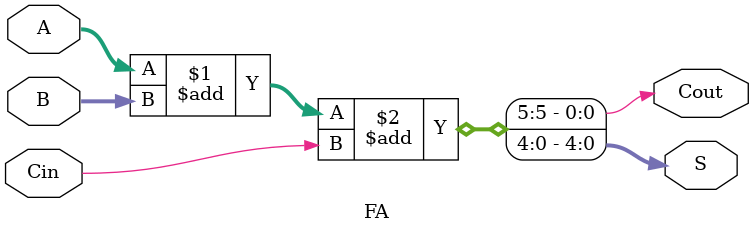
<source format=v>
module FA(A, B, Cin, S, Cout);
    input	[3:0]	A, B;
	input			Cin;
    output	[4:0]	S;
    output			Cout;
    assign	{Cout, S} = A + B + Cin;
endmodule
</source>
